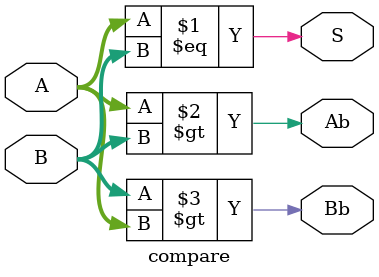
<source format=v>
module compare(
        input [4:0]A,B,
        output S,Ab,Bb
    );

    assign S=(A==B);
    assign Ab=(A>B);
    assign Bb=(B>A);
endmodule
</source>
